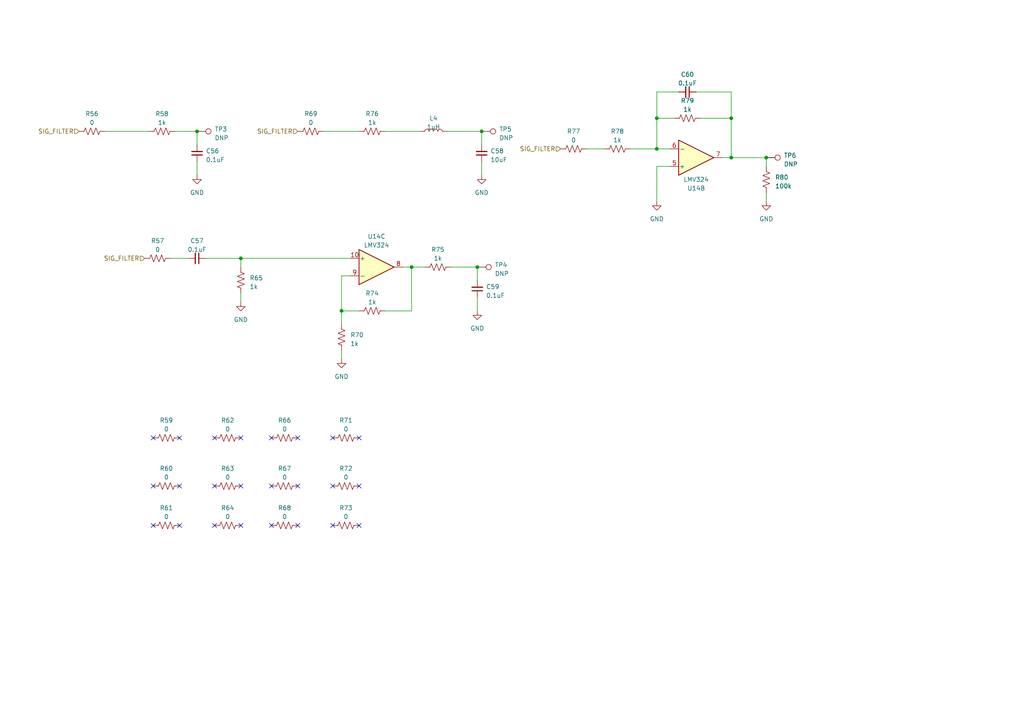
<source format=kicad_sch>
(kicad_sch (version 20230121) (generator eeschema)
  (paper "A4")
  (lib_symbols
    (symbol "Amplifier_Operational:LMV324" (pin_names (offset 0.127))
      (property "Reference" "U" (at 0 5.08 0))
      (property "Value" "LMV324" (at 0 -5.08 0))
      (symbol "LMV324_1_1"
        (polyline (pts (xy -5.08 5.08) (xy 5.08 0) (xy -5.08 -5.08) (xy -5.08 5.08)) (stroke (width 0.254)) (fill (type background)))
        (pin output line (at 7.62 0 180) (length 2.54) (name "~") (number "1"))
        (pin input line (at -7.62 -2.54 0) (length 2.54) (name "-") (number "2"))
        (pin input line (at -7.62 2.54 0) (length 2.54) (name "+") (number "3"))
      )
      (symbol "LMV324_2_1"
        (polyline (pts (xy -5.08 5.08) (xy 5.08 0) (xy -5.08 -5.08) (xy -5.08 5.08)) (stroke (width 0.254)) (fill (type background)))
        (pin input line (at -7.62 2.54 0) (length 2.54) (name "+") (number "5"))
        (pin input line (at -7.62 -2.54 0) (length 2.54) (name "-") (number "6"))
        (pin output line (at 7.62 0 180) (length 2.54) (name "~") (number "7"))
      )
      (symbol "LMV324_3_1"
        (polyline (pts (xy -5.08 5.08) (xy 5.08 0) (xy -5.08 -5.08) (xy -5.08 5.08)) (stroke (width 0.254)) (fill (type background)))
        (pin input line (at -7.62 2.54 0) (length 2.54) (name "+") (number "10"))
        (pin output line (at 7.62 0 180) (length 2.54) (name "~") (number "8"))
        (pin input line (at -7.62 -2.54 0) (length 2.54) (name "-") (number "9"))
      )
      (symbol "LMV324_4_1"
        (polyline (pts (xy -5.08 5.08) (xy 5.08 0) (xy -5.08 -5.08) (xy -5.08 5.08)) (stroke (width 0.254)) (fill (type background)))
        (pin input line (at -7.62 2.54 0) (length 2.54) (name "+") (number "12"))
        (pin input line (at -7.62 -2.54 0) (length 2.54) (name "-") (number "13"))
        (pin output line (at 7.62 0 180) (length 2.54) (name "~") (number "14"))
      )
      (symbol "LMV324_5_1"
        (pin power_in line (at -2.54 -7.62 90) (length 3.81) (name "V-") (number "11"))
        (pin power_in line (at -2.54 7.62 270) (length 3.81) (name "V+") (number "4"))
      )
    )
    (symbol "Connector:TestPoint" (pin_numbers hide) (pin_names (offset 0.762) hide)
      (property "Reference" "TP" (at 0 6.858 0))
      (property "Value" "TestPoint" (at 0 5.08 0))
      (symbol "TestPoint_0_1"
        (circle (center 0 3.302) (radius 0.762))
      )
      (symbol "TestPoint_1_1"
        (pin passive line (at 0 0 90) (length 2.54) (name "1") (number "1"))
      )
    )
    (symbol "Device:C_Small" (pin_numbers hide) (pin_names (offset 0.254) hide)
      (property "Reference" "C" (at 0.254 1.778 0))
      (property "Value" "C_Small" (at 0.254 -2.032 0))
      (symbol "C_Small_0_1"
        (polyline (pts (xy -1.524 -0.508) (xy 1.524 -0.508)) (stroke (width 0.3302)))
        (polyline (pts (xy -1.524 0.508) (xy 1.524 0.508)) (stroke (width 0.3048)))
      )
      (symbol "C_Small_1_1"
        (pin passive line (at 0 2.54 270) (length 2.032) (name "~") (number "1"))
        (pin passive line (at 0 -2.54 90) (length 2.032) (name "~") (number "2"))
      )
    )
    (symbol "Device:L" (pin_numbers hide) (pin_names (offset 1.016) hide)
      (property "Reference" "L" (at -1.27 0 90))
      (property "Value" "L" (at 1.905 0 90))
      (symbol "L_0_1"
        (arc (start 0 -2.54) (mid 0.6323 -1.905) (end 0 -1.27))
        (arc (start 0 -1.27) (mid 0.6323 -0.635) (end 0 0))
        (arc (start 0 0) (mid 0.6323 0.635) (end 0 1.27))
        (arc (start 0 1.27) (mid 0.6323 1.905) (end 0 2.54))
      )
      (symbol "L_1_1"
        (pin passive line (at 0 3.81 270) (length 1.27) (name "1") (number "1"))
        (pin passive line (at 0 -3.81 90) (length 1.27) (name "2") (number "2"))
      )
    )
    (symbol "Device:R_US" (pin_numbers hide) (pin_names (offset 0))
      (property "Reference" "R" (at 2.54 0 90))
      (property "Value" "R_US" (at -2.54 0 90))
      (symbol "R_US_0_1"
        (polyline (pts (xy 0 -2.286) (xy 0 -2.54)))
        (polyline (pts (xy 0 2.286) (xy 0 2.54)))
        (polyline (pts (xy 0 -0.762) (xy 1.016 -1.143) (xy 0 -1.524) (xy -1.016 -1.905) (xy 0 -2.286)))
        (polyline (pts (xy 0 0.762) (xy 1.016 0.381) (xy 0 0) (xy -1.016 -0.381) (xy 0 -0.762)))
        (polyline (pts (xy 0 2.286) (xy 1.016 1.905) (xy 0 1.524) (xy -1.016 1.143) (xy 0 0.762)))
      )
      (symbol "R_US_1_1"
        (pin passive line (at 0 3.81 270) (length 1.27) (name "~") (number "1"))
        (pin passive line (at 0 -3.81 90) (length 1.27) (name "~") (number "2"))
      )
    )
    (symbol "power:GND" (power) (pin_names (offset 0))
      (property "Value" "GND" (at 0 -3.81 0))
      (symbol "GND_0_1"
        (polyline (pts (xy 0 0) (xy 0 -1.27) (xy 1.27 -1.27) (xy 0 -2.54) (xy -1.27 -1.27) (xy 0 -1.27)))
      )
      (symbol "GND_1_1"
        (pin power_in line (at 0 0 270) (length 0) hide (name "GND") (number "1"))
      )
    )
  )
  (junction (at 190.5 43.18))
  (junction (at 222.25 45.72))
  (junction (at 99.06 90.17))
  (junction (at 212.09 45.72))
  (junction (at 57.15 38.1))
  (junction (at 69.85 74.93))
  (junction (at 138.43 77.47))
  (junction (at 190.5 34.29))
  (junction (at 139.7 38.1))
  (junction (at 119.38 77.47))
  (junction (at 212.09 34.29))
  (no_connect (at 44.45 140.97))
  (no_connect (at 78.74 127))
  (no_connect (at 86.36 127))
  (no_connect (at 104.14 140.97))
  (no_connect (at 69.85 152.4))
  (no_connect (at 44.45 127))
  (no_connect (at 86.36 140.97))
  (no_connect (at 96.52 127))
  (no_connect (at 52.07 127))
  (no_connect (at 104.14 127))
  (no_connect (at 69.85 127))
  (no_connect (at 62.23 127))
  (no_connect (at 96.52 140.97))
  (no_connect (at 69.85 140.97))
  (no_connect (at 52.07 140.97))
  (no_connect (at 62.23 140.97))
  (no_connect (at 78.74 152.4))
  (no_connect (at 104.14 152.4))
  (no_connect (at 78.74 140.97))
  (no_connect (at 86.36 152.4))
  (no_connect (at 96.52 152.4))
  (no_connect (at 62.23 152.4))
  (no_connect (at 44.45 152.4))
  (no_connect (at 52.07 152.4))
  (wire (pts (xy 203.2 34.29) (xy 212.09 34.29)))
  (wire (pts (xy 222.25 45.72) (xy 222.25 48.26)))
  (wire (pts (xy 119.38 90.17) (xy 119.38 77.47)))
  (wire (pts (xy 139.7 41.91) (xy 139.7 38.1)))
  (wire (pts (xy 69.85 85.09) (xy 69.85 87.63)))
  (wire (pts (xy 194.31 48.26) (xy 190.5 48.26)))
  (wire (pts (xy 138.43 77.47) (xy 138.43 81.28)))
  (wire (pts (xy 201.93 26.67) (xy 212.09 26.67)))
  (wire (pts (xy 99.06 90.17) (xy 104.14 90.17)))
  (wire (pts (xy 196.85 26.67) (xy 190.5 26.67)))
  (wire (pts (xy 111.76 90.17) (xy 119.38 90.17)))
  (wire (pts (xy 212.09 26.67) (xy 212.09 34.29)))
  (wire (pts (xy 111.76 38.1) (xy 121.92 38.1)))
  (wire (pts (xy 69.85 74.93) (xy 101.6 74.93)))
  (wire (pts (xy 195.58 34.29) (xy 190.5 34.29)))
  (wire (pts (xy 119.38 77.47) (xy 116.84 77.47)))
  (wire (pts (xy 119.38 77.47) (xy 123.19 77.47)))
  (wire (pts (xy 138.43 86.36) (xy 138.43 90.17)))
  (wire (pts (xy 190.5 43.18) (xy 194.31 43.18)))
  (wire (pts (xy 99.06 93.98) (xy 99.06 90.17)))
  (wire (pts (xy 101.6 80.01) (xy 99.06 80.01)))
  (wire (pts (xy 50.8 38.1) (xy 57.15 38.1)))
  (wire (pts (xy 212.09 34.29) (xy 212.09 45.72)))
  (wire (pts (xy 190.5 48.26) (xy 190.5 58.42)))
  (wire (pts (xy 49.53 74.93) (xy 54.61 74.93)))
  (wire (pts (xy 99.06 101.6) (xy 99.06 104.14)))
  (wire (pts (xy 209.55 45.72) (xy 212.09 45.72)))
  (wire (pts (xy 59.69 74.93) (xy 69.85 74.93)))
  (wire (pts (xy 212.09 45.72) (xy 222.25 45.72)))
  (wire (pts (xy 69.85 74.93) (xy 69.85 77.47)))
  (wire (pts (xy 182.88 43.18) (xy 190.5 43.18)))
  (wire (pts (xy 139.7 46.99) (xy 139.7 50.8)))
  (wire (pts (xy 57.15 38.1) (xy 57.15 41.91)))
  (wire (pts (xy 190.5 34.29) (xy 190.5 43.18)))
  (wire (pts (xy 57.15 46.99) (xy 57.15 50.8)))
  (wire (pts (xy 93.98 38.1) (xy 104.14 38.1)))
  (wire (pts (xy 190.5 26.67) (xy 190.5 34.29)))
  (wire (pts (xy 222.25 55.88) (xy 222.25 58.42)))
  (wire (pts (xy 30.48 38.1) (xy 43.18 38.1)))
  (wire (pts (xy 130.81 77.47) (xy 138.43 77.47)))
  (wire (pts (xy 170.18 43.18) (xy 175.26 43.18)))
  (wire (pts (xy 99.06 80.01) (xy 99.06 90.17)))
  (wire (pts (xy 129.54 38.1) (xy 139.7 38.1)))
  (hierarchical_label "SIG_FILTER" (shape input) (at 22.86 38.1 180))
  (hierarchical_label "SIG_FILTER" (shape input) (at 41.91 74.93 180))
  (hierarchical_label "SIG_FILTER" (shape input) (at 162.56 43.18 180))
  (hierarchical_label "SIG_FILTER" (shape input) (at 86.36 38.1 180))
  (symbol (lib_id "Device:R_US") (at 82.55 140.97 270) (unit 1)
    (property "Reference" "R67" (at 82.55 135.89 90))
    (property "Value" "0" (at 82.55 138.43 90))
    (property "Footprint" "Resistor_SMD:R_0805_2012Metric_Pad1.20x1.40mm_HandSolder" (effects hide))
    (property "MPN" "RC0805JR-070RL" (effects hide))
  )
  (symbol (lib_id "Device:R_US") (at 199.39 34.29 90) (unit 1)
    (property "Reference" "R79" (at 199.39 29.21 90))
    (property "Value" "1k" (at 199.39 31.75 90))
    (property "Footprint" "Resistor_SMD:R_0805_2012Metric_Pad1.20x1.40mm_HandSolder" (effects hide))
    (property "MPN" "RC0805FR-071KL" (effects hide))
  )
  (symbol (lib_id "Device:R_US") (at 100.33 152.4 270) (unit 1)
    (property "Reference" "R73" (at 100.33 147.32 90))
    (property "Value" "0" (at 100.33 149.86 90))
    (property "Footprint" "Resistor_SMD:R_1206_3216Metric_Pad1.30x1.75mm_HandSolder" (effects hide))
    (property "MPN" "RC1206JR-070RL" (effects hide))
  )
  (symbol (lib_id "Device:R_US") (at 66.04 140.97 270) (unit 1)
    (property "Reference" "R63" (at 66.04 135.89 90))
    (property "Value" "0" (at 66.04 138.43 90))
    (property "Footprint" "Resistor_SMD:R_0201_0603Metric_Pad0.64x0.40mm_HandSolder" (effects hide))
    (property "MPN" "RC0201JR-070RL" (effects hide))
  )
  (symbol (lib_id "Connector:TestPoint") (at 139.7 38.1 270) (unit 1) (in_bom no)
    (property "Reference" "TP5" (at 144.78 37.465 90) (effects (justify left)))
    (property "Value" "DNP" (at 144.78 40.005 90) (effects (justify left)))
    (property "Footprint" "TestPoint:TestPoint_Plated_Hole_D2.0mm" (effects hide))
    (property "MPN" "DNP" (effects hide))
  )
  (symbol (lib_id "Device:R_US") (at 45.72 74.93 270) (unit 1)
    (property "Reference" "R57" (at 45.72 69.85 90))
    (property "Value" "0" (at 45.72 72.39 90))
    (property "Footprint" "Resistor_SMD:R_0402_1005Metric_Pad0.72x0.64mm_HandSolder" (effects hide))
    (property "MPN" "RC0402JR-070RL" (effects hide))
  )
  (symbol (lib_id "Device:R_US") (at 26.67 38.1 270) (unit 1)
    (property "Reference" "R56" (at 26.67 33.02 90))
    (property "Value" "0" (at 26.67 35.56 90))
    (property "Footprint" "Resistor_SMD:R_0402_1005Metric_Pad0.72x0.64mm_HandSolder" (effects hide))
    (property "MPN" "RC0402JR-070RL" (effects hide))
  )
  (symbol (lib_id "Device:R_US") (at 127 77.47 90) (unit 1)
    (property "Reference" "R75" (at 127 72.39 90))
    (property "Value" "1k" (at 127 74.93 90))
    (property "Footprint" "Resistor_SMD:R_1206_3216Metric_Pad1.30x1.75mm_HandSolder" (effects hide))
    (property "MPN" "RC1206FR-071KL" (effects hide))
  )
  (symbol (lib_id "Device:R_US") (at 99.06 97.79 180) (unit 1)
    (property "Reference" "R70" (at 101.6 97.155 0) (effects (justify right)))
    (property "Value" "1k" (at 101.6 99.695 0) (effects (justify right)))
    (property "Footprint" "Resistor_SMD:R_0805_2012Metric_Pad1.20x1.40mm_HandSolder" (effects hide))
    (property "MPN" "RC0805FR-071KL" (effects hide))
  )
  (symbol (lib_id "Device:R_US") (at 107.95 38.1 270) (unit 1)
    (property "Reference" "R76" (at 107.95 33.02 90))
    (property "Value" "1k" (at 107.95 35.56 90))
    (property "Footprint" "Resistor_SMD:R_0603_1608Metric_Pad0.98x0.95mm_HandSolder" (effects hide))
    (property "MPN" "RC0603FR-071KL" (effects hide))
  )
  (symbol (lib_id "power:GND") (at 57.15 50.8 0) (unit 1)
    (property "Reference" "#PWR0153" (effects hide))
    (property "Value" "GND" (at 57.15 55.88 0))
  )
  (symbol (lib_id "Device:R_US") (at 100.33 140.97 270) (unit 1)
    (property "Reference" "R72" (at 100.33 135.89 90))
    (property "Value" "0" (at 100.33 138.43 90))
    (property "Footprint" "Resistor_SMD:R_1206_3216Metric_Pad1.30x1.75mm_HandSolder" (effects hide))
    (property "MPN" "RC1206JR-070RL" (effects hide))
  )
  (symbol (lib_id "Device:R_US") (at 66.04 127 270) (unit 1)
    (property "Reference" "R62" (at 66.04 121.92 90))
    (property "Value" "0" (at 66.04 124.46 90))
    (property "Footprint" "Resistor_SMD:R_0201_0603Metric_Pad0.64x0.40mm_HandSolder" (effects hide))
    (property "MPN" "RC0201JR-070RL" (effects hide))
  )
  (symbol (lib_id "Device:R_US") (at 82.55 127 270) (unit 1)
    (property "Reference" "R66" (at 82.55 121.92 90))
    (property "Value" "0" (at 82.55 124.46 90))
    (property "Footprint" "Resistor_SMD:R_0805_2012Metric_Pad1.20x1.40mm_HandSolder" (effects hide))
    (property "MPN" "RC0805JR-070RL" (effects hide))
  )
  (symbol (lib_id "Device:R_US") (at 179.07 43.18 90) (unit 1)
    (property "Reference" "R78" (at 179.07 38.1 90))
    (property "Value" "1k" (at 179.07 40.64 90))
    (property "Footprint" "Resistor_SMD:R_0603_1608Metric_Pad0.98x0.95mm_HandSolder" (effects hide))
    (property "MPN" "RC0603FR-071KL" (effects hide))
  )
  (symbol (lib_id "Connector:TestPoint") (at 222.25 45.72 270) (unit 1) (in_bom no)
    (property "Reference" "TP6" (at 227.33 45.085 90) (effects (justify left)))
    (property "Value" "DNP" (at 227.33 47.625 90) (effects (justify left)))
    (property "Footprint" "TestPoint:TestPoint_Plated_Hole_D2.0mm" (effects hide))
    (property "MPN" "DNP" (effects hide))
  )
  (symbol (lib_id "Device:R_US") (at 48.26 140.97 270) (unit 1)
    (property "Reference" "R60" (at 48.26 135.89 90))
    (property "Value" "0" (at 48.26 138.43 90))
    (property "Footprint" "Resistor_SMD:R_0402_1005Metric_Pad0.72x0.64mm_HandSolder" (effects hide))
    (property "MPN" "RC0402JR-070RL" (effects hide))
  )
  (symbol (lib_id "Amplifier_Operational:LMV324") (at 109.22 77.47 0) (unit 3)
    (property "Reference" "U14" (at 109.22 68.58 0))
    (property "Value" "LMV324" (at 109.22 71.12 0))
    (property "Footprint" "Package_SO:TSSOP-14_4.4x5mm_P0.65mm" (effects hide))
    (property "Datasheet" "http://www.ti.com/lit/ds/symlink/lmv324.pdf" (effects hide))
    (property "MPN" "LMV324AIPWR" (effects hide))
  )
  (symbol (lib_id "Device:C_Small") (at 199.39 26.67 270) (unit 1)
    (property "Reference" "C60" (at 199.3836 21.59 90))
    (property "Value" "0.1uF" (at 199.3836 24.13 90))
    (property "Footprint" "Capacitor_SMD:C_0805_2012Metric_Pad1.18x1.45mm_HandSolder" (effects hide))
    (property "Datasheet" "https://mm.digikey.com/Volume0/opasdata/d220001/medias/docus/609/CL21B104KBCNNN_Spec.pdf" (effects hide))
    (property "MPN" "CL21B104KBCNNNC" (effects hide))
  )
  (symbol (lib_id "Connector:TestPoint") (at 138.43 77.47 270) (unit 1) (in_bom no)
    (property "Reference" "TP4" (at 143.51 76.835 90) (effects (justify left)))
    (property "Value" "DNP" (at 143.51 79.375 90) (effects (justify left)))
    (property "Footprint" "TestPoint:TestPoint_Plated_Hole_D2.0mm" (effects hide))
    (property "MPN" "DNP" (effects hide))
  )
  (symbol (lib_id "Device:R_US") (at 166.37 43.18 270) (unit 1)
    (property "Reference" "R77" (at 166.37 38.1 90))
    (property "Value" "0" (at 166.37 40.64 90))
    (property "Footprint" "Resistor_SMD:R_0402_1005Metric_Pad0.72x0.64mm_HandSolder" (effects hide))
    (property "MPN" "RC0402JR-070RL" (effects hide))
  )
  (symbol (lib_id "Device:C_Small") (at 138.43 83.82 180) (unit 1)
    (property "Reference" "C59" (at 140.97 83.1786 0) (effects (justify right)))
    (property "Value" "0.1uF" (at 140.97 85.7186 0) (effects (justify right)))
    (property "Footprint" "Capacitor_SMD:C_1206_3216Metric_Pad1.33x1.80mm_HandSolder" (effects hide))
    (property "Datasheet" "https://mm.digikey.com/Volume0/opasdata/d220001/medias/docus/1256/CL31B104KBCNNNC_Spec.pdf" (effects hide))
    (property "MPN" "CL31B104KBCNNNC" (effects hide))
  )
  (symbol (lib_id "power:GND") (at 99.06 104.14 0) (unit 1)
    (property "Reference" "#PWR0155" (effects hide))
    (property "Value" "GND" (at 99.06 109.22 0))
  )
  (symbol (lib_id "Connector:TestPoint") (at 57.15 38.1 270) (unit 1) (in_bom no)
    (property "Reference" "TP3" (at 62.23 37.465 90) (effects (justify left)))
    (property "Value" "DNP" (at 62.23 40.005 90) (effects (justify left)))
    (property "Footprint" "TestPoint:TestPoint_Plated_Hole_D2.0mm" (effects hide))
    (property "MPN" "DNP" (effects hide))
  )
  (symbol (lib_id "power:GND") (at 139.7 50.8 0) (unit 1)
    (property "Reference" "#PWR0158" (effects hide))
    (property "Value" "GND" (at 139.7 55.88 0))
  )
  (symbol (lib_id "power:GND") (at 190.5 58.42 0) (unit 1)
    (property "Reference" "#PWR0159" (effects hide))
    (property "Value" "GND" (at 190.5 63.5 0))
  )
  (symbol (lib_id "Device:R_US") (at 66.04 152.4 270) (unit 1)
    (property "Reference" "R64" (at 66.04 147.32 90))
    (property "Value" "0" (at 66.04 149.86 90))
    (property "Footprint" "Resistor_SMD:R_0201_0603Metric_Pad0.64x0.40mm_HandSolder" (effects hide))
    (property "MPN" "RC0201JR-070RL" (effects hide))
  )
  (symbol (lib_id "Device:C_Small") (at 57.15 44.45 180) (unit 1)
    (property "Reference" "C56" (at 59.69 43.8086 0) (effects (justify right)))
    (property "Value" "0.1uF" (at 59.69 46.3486 0) (effects (justify right)))
    (property "Footprint" "Capacitor_SMD:C_0805_2012Metric_Pad1.18x1.45mm_HandSolder" (effects hide))
    (property "Datasheet" "https://mm.digikey.com/Volume0/opasdata/d220001/medias/docus/609/CL21B104KBCNNN_Spec.pdf" (effects hide))
    (property "MPN" "CL21B104KBCNNNC" (effects hide))
  )
  (symbol (lib_id "Device:C_Small") (at 139.7 44.45 180) (unit 1)
    (property "Reference" "C58" (at 142.24 43.8086 0) (effects (justify right)))
    (property "Value" "10uF" (at 142.24 46.3486 0) (effects (justify right)))
    (property "Footprint" "Capacitor_SMD:C_0805_2012Metric_Pad1.18x1.45mm_HandSolder" (effects hide))
    (property "Datasheet" "https://mm.digikey.com/Volume0/opasdata/d220001/medias/docus/609/CL21A106KOQNNNE_Spec.pdf" (effects hide))
    (property "MPN" "CL21A106KOQNNNE" (effects hide))
  )
  (symbol (lib_id "Device:C_Small") (at 57.15 74.93 270) (unit 1)
    (property "Reference" "C57" (at 57.1436 69.85 90))
    (property "Value" "0.1uF" (at 57.1436 72.39 90))
    (property "Footprint" "Capacitor_SMD:C_0603_1608Metric_Pad1.08x0.95mm_HandSolder" (effects hide))
    (property "Datasheet" "https://datasheets.kyocera-avx.com/KGM_X7R.pdf" (effects hide))
    (property "MPN" "KGM15BR71H104KT" (effects hide))
  )
  (symbol (lib_id "Device:R_US") (at 90.17 38.1 270) (unit 1)
    (property "Reference" "R69" (at 90.17 33.02 90))
    (property "Value" "0" (at 90.17 35.56 90))
    (property "Footprint" "Resistor_SMD:R_0402_1005Metric_Pad0.72x0.64mm_HandSolder" (effects hide))
    (property "MPN" "RC0402JR-070RL" (effects hide))
  )
  (symbol (lib_id "power:GND") (at 138.43 90.17 0) (unit 1)
    (property "Reference" "#PWR0157" (effects hide))
    (property "Value" "GND" (at 138.43 95.25 0))
  )
  (symbol (lib_id "Device:R_US") (at 82.55 152.4 270) (unit 1)
    (property "Reference" "R68" (at 82.55 147.32 90))
    (property "Value" "0" (at 82.55 149.86 90))
    (property "Footprint" "Resistor_SMD:R_0805_2012Metric_Pad1.20x1.40mm_HandSolder" (effects hide))
    (property "MPN" "RC0805JR-070RL" (effects hide))
  )
  (symbol (lib_id "Amplifier_Operational:LMV324") (at 201.93 45.72 0) (mirror x) (unit 2)
    (property "Reference" "U14" (at 201.93 54.61 0))
    (property "Value" "LMV324" (at 201.93 52.07 0))
    (property "Footprint" "Package_SO:TSSOP-14_4.4x5mm_P0.65mm" (effects hide))
    (property "Datasheet" "http://www.ti.com/lit/ds/symlink/lmv324.pdf" (effects hide))
    (property "MPN" "LMV324AIPWR" (effects hide))
  )
  (symbol (lib_id "power:GND") (at 222.25 58.42 0) (unit 1)
    (property "Reference" "#PWR0160" (effects hide))
    (property "Value" "GND" (at 222.25 63.5 0))
  )
  (symbol (lib_id "power:GND") (at 69.85 87.63 0) (unit 1)
    (property "Reference" "#PWR0154" (effects hide))
    (property "Value" "GND" (at 69.85 92.71 0))
  )
  (symbol (lib_id "Device:R_US") (at 107.95 90.17 90) (unit 1)
    (property "Reference" "R74" (at 107.95 85.09 90))
    (property "Value" "1k" (at 107.95 87.63 90))
    (property "Footprint" "Resistor_SMD:R_0805_2012Metric_Pad1.20x1.40mm_HandSolder" (effects hide))
    (property "MPN" "RC0805FR-071KL" (effects hide))
  )
  (symbol (lib_id "Device:R_US") (at 100.33 127 270) (unit 1)
    (property "Reference" "R71" (at 100.33 121.92 90))
    (property "Value" "0" (at 100.33 124.46 90))
    (property "Footprint" "Resistor_SMD:R_1206_3216Metric_Pad1.30x1.75mm_HandSolder" (effects hide))
    (property "MPN" "RC1206JR-070RL" (effects hide))
  )
  (symbol (lib_id "Device:R_US") (at 222.25 52.07 180) (unit 1)
    (property "Reference" "R80" (at 224.79 51.435 0) (effects (justify right)))
    (property "Value" "100k" (at 224.79 53.975 0) (effects (justify right)))
    (property "Footprint" "Resistor_SMD:R_1206_3216Metric_Pad1.30x1.75mm_HandSolder" (effects hide))
    (property "MPN" "RC1206FR-07100KL" (effects hide))
  )
  (symbol (lib_id "Device:R_US") (at 69.85 81.28 180) (unit 1)
    (property "Reference" "R65" (at 72.39 80.645 0) (effects (justify right)))
    (property "Value" "1k" (at 72.39 83.185 0) (effects (justify right)))
    (property "Footprint" "Resistor_SMD:R_0603_1608Metric_Pad0.98x0.95mm_HandSolder" (effects hide))
    (property "MPN" "RC0603FR-071KL" (effects hide))
  )
  (symbol (lib_id "Device:R_US") (at 46.99 38.1 90) (unit 1)
    (property "Reference" "R58" (at 46.99 33.02 90))
    (property "Value" "1k" (at 46.99 35.56 90))
    (property "Footprint" "Resistor_SMD:R_0201_0603Metric_Pad0.64x0.40mm_HandSolder" (effects hide))
    (property "MPN" "RC0201FR-071KL" (effects hide))
  )
  (symbol (lib_id "Device:R_US") (at 48.26 127 270) (unit 1)
    (property "Reference" "R59" (at 48.26 121.92 90))
    (property "Value" "0" (at 48.26 124.46 90))
    (property "Footprint" "Resistor_SMD:R_0402_1005Metric_Pad0.72x0.64mm_HandSolder" (effects hide))
    (property "MPN" "RC0402JR-070RL" (effects hide))
  )
  (symbol (lib_id "Device:R_US") (at 48.26 152.4 270) (unit 1)
    (property "Reference" "R61" (at 48.26 147.32 90))
    (property "Value" "0" (at 48.26 149.86 90))
    (property "Footprint" "Resistor_SMD:R_0402_1005Metric_Pad0.72x0.64mm_HandSolder" (effects hide))
    (property "MPN" "RC0402JR-070RL" (effects hide))
  )
  (symbol (lib_id "Device:L") (at 125.73 38.1 90) (unit 1)
    (property "Reference" "L4" (at 125.73 34.29 90))
    (property "Value" "1uH" (at 125.73 36.83 90))
    (property "Footprint" "Inductor_SMD:L_0603_1608Metric_Pad1.05x0.95mm_HandSolder" (effects hide))
    (property "MPN" "MLF1608A1R0MTA00" (effects hide))
  )
)
</source>
